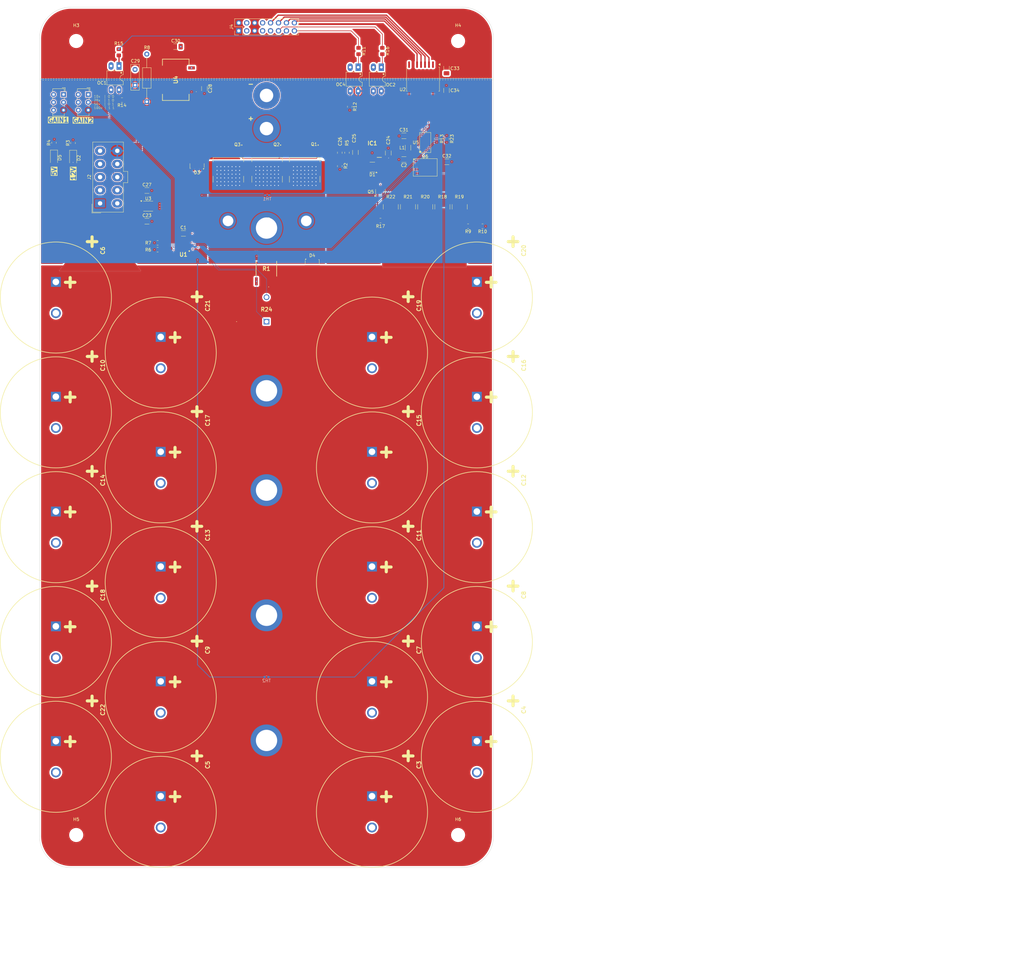
<source format=kicad_pcb>
(kicad_pcb (version 20240108) (generator "pcbnew") (generator_version "8.0")
  (layers (0 "F.Cu" signal) (1 "In1.Cu" power "GND") (2 "In2.Cu" power "PWR") (31 "B.Cu" signal) (34 "B.Paste" user) (35 "F.Paste" user) (36 "B.SilkS" user "B.Silkscreen") (37 "F.SilkS" user "F.Silkscreen") (38 "B.Mask" user) (39 "F.Mask" user) (44 "Edge.Cuts" user))
  (net 0 "")
  (net 1 "GND")
  (net 2 "+40V")
  (net 3 "+12V")
  (net 6 "Net-(IC1-TGUP)")
  (net 7 "+5V")
  (net 8 "GNDPWR")
  (net 9 "Net-(D1-K)")
  (net 10 "/power_stage/+TWEEZER")
  (net 11 "Net-(C26-Pad2)")
  (net 12 "+5V_ISO")
  (net 13 "/-SHUNT")
  (net 14 "/DISCHARGE")
  (net 16 "+13.8V")
  (net 17 "-13.8V")
  (net 18 "HV_RELAY")
  (net 19 "~BLEED")
  (net 20 "THERM1")
  (net 21 "THERM2")
  (net 23 "HV_EN")
  (net 24 "/+RS")
  (net 25 "/-RS")
  (net 26 "/GAIN1")
  (net 27 "/GAIN2")
  (net 28 "/REF1")
  (net 29 "/REF2")
  (net 30 "Net-(OC1-Pad1)")
  (net 31 "Net-(OC2-Pad1)")
  (net 32 "/SCLK")
  (net 36 "/cap_bank/bleed_gate")
  (net 37 "/cap_bank/bleed_drain")
  (net 38 "/power_stage/gate")
  (net 39 "/MISO")
  (net 40 "/MOSI")
  (net 41 "/~CS")
  (net 42 "/+v_sens")
  (net 43 "Net-(OC4-Pad1)")
  (net 44 "/+i_sens")
  (net 45 "Net-(U2-OUTA)")
  (net 46 "Net-(U2-OUTB)")
  (net 47 "Net-(U2-IND)")
  (net 48 "Net-(U2-OUTC)")
  (net 49 "I_SENS")
  (net 50 "V_SENS")
  (net 51 "Net-(U5-VCCA)")
  (net 52 "TRIG")
  (net 53 "Net-(D2-K)")
  (net 54 "Net-(D5-K)")
  (footprint "HAVENS_Lib:CAPPRD1000W190D3550H8200" (layer "F.Cu") (at 326.5 42 -90)
    (property "Reference" "C6")
    (property "Value" "33m" (hide yes))
  )
  (footprint "HAVENS_Lib:CAPPRD1000W190D3550H8200" (layer "F.Cu") (at 461 42 -90)
    (property "Reference" "C20")
    (property "Value" "33m" (hide yes))
  )
  (footprint "HAVENS_Lib:busbar_35mm_18mm" (layer "F.Cu") (at 394 22.5)
    (property "Reference" "H8")
    (property "Value" "Bus Bar")
  )
  (footprint "PCM_Package_DIP_AKL:DIP-4_W7.62mm_LongPads" (layer "F.Cu") (at 423.075 -26.625 -90)
    (property "Reference" "OC4")
    (property "Value" "VO617A" (hide yes))
  )
  (footprint "HAVENS_Lib:CAPPRD1000W190D3550H8200" (layer "F.Cu") (at 326.5 188.8 -90)
    (property "Reference" "C22")
    (property "Value" "33m" (hide yes))
  )
  (footprint "Capacitor_SMD:C_1206_3216Metric_Pad1.33x1.80mm_HandSolder" (layer "F.Cu") (at 451.4 3.6)
    (property "Reference" "C32")
    (property "Value" "0.1u")
  )
  (footprint "Package_TO_SOT_SMD:TO-277A" (layer "F.Cu") (at 371.6 2.55 180)
    (property "Reference" "D3")
    (property "Value" "V8P10")
  )
  (footprint "Capacitor_SMD:C_0805_2012Metric_Pad1.18x1.45mm_HandSolder" (layer "F.Cu") (at 417.202437 0.7 -90)
    (property "Reference" "C26")
    (property "Value" "47n")
  )
  (footprint "HAVENS_Lib:CAPPRD1000W190D3550H8200" (layer "F.Cu") (at 326.5 152.1 -90)
    (property "Reference" "C18")
    (property "Value" "33m" (hide yes))
  )
  (footprint "Resistor_SMD:R_0805_2012Metric_Pad1.20x1.40mm_HandSolder" (layer "F.Cu") (at 423.2 -31.8 -90)
    (property "Reference" "R11")
    (property "Value" "100")
  )
  (footprint "Button_Switch_THT:SW_E-Switch_EG1271_SPDT" (layer "F.Cu") (at 336.85 -17.9075 -90)
    (property "Reference" "SW2" (hide yes))
    (property "Value" "SW_SPDT")
  )
  (footprint "Capacitor_SMD:C_1206_3216Metric_Pad1.33x1.80mm_HandSolder" (layer "F.Cu") (at 437.7 2.9 180)
    (property "Reference" "C2")
    (property "Value" "0.1u")
  )
  (footprint "HAVENS_Lib:1769405241" (layer "F.Cu") (at 364.8 -22.6 90)
    (property "Reference" "U4")
    (property "Value" "~" (hide yes))
  )
  (footprint "PCM_Package_DIP_AKL:DIP-4_W7.62mm_LongPads" (layer "F.Cu") (at 346.675 -27.025 -90)
    (property "Reference" "OC1")
    (property "Value" "VO617A" (hide yes))
  )
  (footprint "HAVENS_Lib:CAPPRD1000W190D3550H8200" (layer "F.Cu") (at 360 59.6 -90)
    (property "Reference" "C21")
    (property "Value" "33m" (hide yes))
  )
  (footprint "HAVENS_Lib:CAPPRD1000W190D3550H8200" (layer "F.Cu") (at 360 133 -90)
    (property "Reference" "C13")
    (property "Value" "33m" (hide yes))
  )
  (footprint "HAVENS_Lib:CSM2F6918L050J21" (layer "F.Cu") (at 393.8 54.7 90)
    (property "Reference" "R24")
    (property "Value" "R_Shunt" (hide yes))
  )
  (footprint "Connector_Molex:Molex_Mini-Fit_Jr_5566-10A_2x05_P4.20mm_Vertical" (layer "F.Cu") (at 340.625 16.9 90)
    (property "Reference" "J2")
    (property "Value" "10 PIN ATX")
  )
  (footprint "HAVENS_Lib:CAPPRD1000W190D3550H8200" (layer "F.Cu") (at 360 206.4 -90)
    (property "Reference" "C5")
    (property "Value" "33m" (hide yes))
  )
  (footprint "HAVENS_Lib:SOP50P490X110-11N" (layer "F.Cu") (at 427.614437 0.7 180)
    (property "Reference" "IC1")
    (property "Value" "LTC7001EMSE#TRPBF" (hide yes))
  )
  (footprint "HAVENS_Lib:busbar_28mmX155mm" (layer "F.Cu") (at 393.8 148.575)
    (property "Reference" "H7")
    (property "Value" "Bus Bar")
  )
  (footprint "Capacitor_THT:C_Disc_D8.0mm_W2.5mm_P5.00mm" (layer "F.Cu") (at 351.8 -20.9 90)
    (property "Reference" "C29")
    (property "Value" "Y")
  )
  (footprint "Resistor_SMD:R_0805_2012Metric_Pad1.20x1.40mm_HandSolder" (layer "F.Cu") (at 347.6 -16.1 180)
    (property "Reference" "R14")
    (property "Value" "10k")
  )
  (footprint "Capacitor_SMD:C_1206_3216Metric_Pad1.33x1.80mm_HandSolder" (layer "F.Cu") (at 432.7 0.8 90)
    (property "Reference" "C24")
    (property "Value" "0.1u")
  )
  (footprint "HAVENS_Lib:CAPPRD1000W190D3550H8200" (layer "F.Cu") (at 427.5 133 -90)
    (property "Reference" "C11")
    (property "Value" "33m" (hide yes))
  )
  (footprint "Resistor_SMD:R_1218_3246Metric_Pad1.22x4.75mm_HandSolder" (layer "F.Cu") (at 439 18 90)
    (property "Reference" "R21")
    (property "Value" "1k")
  )
  (footprint "Capacitor_SMD:C_1206_3216Metric_Pad1.33x1.80mm_HandSolder" (layer "F.Cu") (at 451.3 -26.25 -90)
    (property "Reference" "C33")
    (property "Value" "0.1u")
  )
  (footprint "Connector_PinHeader_2.54mm:PinHeader_2x08_P2.54mm_Vertical" (layer "F.Cu") (at 384.925 -38.26 90)
    (property "Reference" "J4")
    (property "Value" "Conn_02x08_Odd_Even")
  )
  (footprint "MountingHole:MountingHole_4mm" (layer "F.Cu") (at 455 218.8)
    (property "Reference" "H6")
    (property "Value" "MountingHole")
  )
  (footprint "HAVENS_Lib:CAPPRD1000W190D3550H8200" (layer "F.Cu") (at 326.5 115.4 -90)
    (property "Reference" "C14")
    (property "Value" "33m" (hide yes))
  )
  (footprint "HAVENS_Lib:CSS4J4026RL500F" (layer "F.Cu") (at 393.75 37.8 90)
    (property "Reference" "R1")
    (property "Value" "R_Shunt" (hide yes))
  )
  (footprint "Package_SO:SOIC-16W_7.5x10.3mm_P1.27mm" (layer "F.Cu") (at 443.8 -22.8 -90)
    (property "Reference" "U2")
    (property "Value" "ISO7341C")
  )
  (footprint "Resistor_SMD:R_1218_3246Metric_Pad1.22x4.75mm_HandSolder" (layer "F.Cu") (at 455.5 18 90)
    (property "Reference" "R19")
    (property "Value" "1k")
  )
  (footprint "HAVENS_Lib:CAPPRD1000W190D3550H8200" (layer "F.Cu") (at 461 115.4 -90)
    (property "Reference" "C12")
    (property "Value" "33m" (hide yes))
  )
  (footprint "Capacitor_SMD:C_1206_3216Metric_Pad1.33x1.80mm_HandSolder" (layer "F.Cu") (at 373.95 -19.8 -90)
    (property "Reference" "C28")
    (property "Value" "0.1u")
  )
  (footprint "HAVENS_Lib:CAPPRD1000W190D3550H8200" (layer "F.Cu") (at 427.5 59.6 -90)
    (property "Reference" "C19")
    (property "Value" "33m" (hide yes))
  )
  (footprint "Resistor_SMD:R_0805_2012Metric_Pad1.20x1.40mm_HandSolder" (layer "F.Cu") (at 451.4 -3.7325 -90)
    (property "Reference" "R23")
    (property "Value" "1k")
  )
  (footprint "HAVENS_Lib:CAPPRD1000W190D3550H8200" (layer "F.Cu") (at 427.5 96.3 -90)
    (property "Reference" "C15")
    (property "Value" "33m" (hide yes))
  )
  (footprint "Capacitor_SMD:C_1206_3216Metric_Pad1.33x1.80mm_HandSolder" (layer "F.Cu") (at 437.7 -4.7 180)
    (property "Reference" "C31")
    (property "Value" "0.1u")
  )
  (footprint "Capacitor_SMD:C_1206_3216Metric_Pad1.33x1.80mm_HandSolder" (layer "F.Cu") (at 422.2 0.611073 90)
    (property "Reference" "C25")
    (property "Value" "1u")
  )
  (footprint "Package_TO_SOT_SMD:SOT-23-3" (layer "F.Cu") (at 430.2 13.2 90)
    (property "Reference" "Q5")
    (property "Value" "NMOS")
  )
  (footprint "Resistor_SMD:R_0805_2012Metric_Pad1.20x1.40mm_HandSolder" (layer "F.Cu") (at 430.2 22.4 180)
    (property "Reference" "R17")
    (property "Value" "100k")
  )
  (footprint "HAVENS_Lib:HSOG_8-3" (layer "F.Cu") (at 406 5.47 -90)
    (property "Reference" "Q1")
    (property "Value" "IPTG007N06NM5")
  )
  (footprint "Capacitor_SMD:C_1206_3216Metric_Pad1.33x1.80mm_HandSolder" (layer "F.Cu") (at 451.3 -19.2 90)
    (property "Reference" "C34")
    (property "Value" "0.1u")
  )
  (footprint "HAVENS_Lib:CAPPRD1000W190D3550H8200" (layer "F.Cu") (at 427.5 206.4 -90)
    (property "Reference" "C3")
    (property "Value" "33m" (hide yes))
  )
  (footprint "Resistor_SMD:R_1218_3246Metric_Pad1.22x4.75mm_HandSolder" (layer "F.Cu") (at 444.5 18 90)
    (property "Reference" "R20")
    (property "Value" "1k")
  )
  (footprint "Package_TO_SOT_SMD:TO-277A" (layer "F.Cu") (at 408.4 38.05)
    (property "Reference" "D4")
    (property "Value" "V8P10")
  )
  (footprint "Resistor_THT:R_Axial_DIN0207_L6.3mm_D2.5mm_P15.24mm_Horizontal" (layer "F.Cu") (at 355.55 -15.58 90)
    (property "Reference" "R8")
    (property "Value" "1Meg")
  )
  (footprint "PCM_Package_DIP_AKL:DIP-4_W7.62mm_LongPads" (layer "F.Cu") (at 430.475 -26.625 -90)
    (property "Reference" "OC2")
    (property "Value" "VO617A" (hide yes))
  )
  (footprint "HAVENS_Lib:TDFN-10-SMD" (layer "F.Cu") (at 367.25 30.5 180)
    (property "Reference" "U1")
    (property "Value" "~" (hide yes))
  )
  (footprint "HAVENS_Lib:HSOG_8-3" (layer "F.Cu") (at 381.6 5.47 -90)
    (property "Reference" "Q3")
    (property "Value" "IPTG007N06NM5")
  )
  (footprint "Resistor_SMD:R_0805_2012Metric_Pad1.20x1.40mm_HandSolder" (layer "F.Cu") (at 462.8 24.2 180)
    (property "Reference" "R10")
    (property "Value" "47k")
  )
  (footprint "Resistor_SMD:R_0805_2012Metric_Pad1.20x1.40mm_HandSolder" (layer "F.Cu") (at 458.2 24.2)
    (property "Reference" "R9")
    (property "Value" "470k")
  )
  (footprint "Inductor_SMD:L_1206_3216Metric_Pad1.22x1.90mm_HandSolder" (layer "F.Cu") (at 439 -0.9 90)
    (property "Reference" "L1")
    (property "Value" "47n")
  )
  (footprint "Resistor_SMD:R_0805_2012Metric_Pad1.20x1.40mm_HandSolder" (layer "F.Cu") (at 448.2 -3.7325 -90)
    (property "Reference" "R13")
    (property "Value" "1k")
  )
  (footprint "Resistor_SMD:R_0805_2012Metric_Pad1.20x1.40mm_HandSolder" (layer "F.Cu") (at 420.4 -14 -90)
    (property "Reference" "R12")
    (property "Value" "10k")
  )
  (footprint "Capacitor_SMD:C_1206_3216Metric_Pad1.33x1.80mm_HandSolder" (layer "F.Cu") (at 355.6 12.8)
    (property "Reference" "C27")
    (property "Value" "0.1u")
  )
  (footprint "Resistor_SMD:R_0805_2012Metric_Pad1.20x1.40mm_HandSolder" (layer "F.Cu") (at 417.202437 5 -90)
    (property "Reference" "R2")
    (property "Value" "10")
  )
  (footprint "LED_SMD:LED_1206_3216Metric_Pad1.42x1.75mm_HandSolder" (layer "F.Cu") (at 325.9 2.3 -90)
    (property "Reference" "D5")
    (property "Value" "LED")
  )
  (footprint "Resistor_SMD:R_1218_3246Metric_Pad1.22x4.75mm_HandSolder" (layer "F.Cu") (at 433.5 18 90)
    (property "Reference" "R22")
    (property "Value" "1k")
  )
  (footprint "Package_TO_SOT_SMD:SOT-23-3" (layer "F.Cu") (at 427.614437 5.311073 180)
    (property "Reference" "D1")
    (property "Value" "D_AAK")
  )
  (footprint "PCM_Package_SO_AKL:MSOP-10-1EP_3x3mm_P0.5mm_EP1.73x1.98mm" (layer "F.Cu") (at 444.505 -2.5625 90)
    (property "Reference" "U5")
    (property "Value" "ADC104S051" (hide yes))
  )
  (footprint "Capacitor_SMD:C_1206_3216Metric_Pad1.33x1.80mm_HandSolder" (layer "F.Cu") (at 355.6 22.6)
    (property "Reference" "C23")
    (property "Value" "0.1u")
  )
  (footprint "MountingHole:MountingHole_4.3mm_M4_Pad" (layer "F.Cu") (at 393.8 -7 -90)
    (property "Reference" "H1" (hide yes))
    (property "Value" "+TWEEZERS")
  )
  (footprint "HAVENS_Lib:CAPPRD1000W190D3550H8200" (layer "F.Cu") (at 360 169.7 -90)
    (property "Reference" "C9")
    (property "Value" "33m" (hide yes))
  )
  (footprint "HAVENS_Lib:CAPPRD1000W190D3550H8200" (layer "F.Cu") (at 326.5 78.7 -90)
    (property "Reference" "C10")
    (property "Value" "33m" (hide yes))
  )
  (footprint "Resistor_SMD:R_0805_2012Metric_Pad1.20x1.40mm_HandSolder" (layer "F.Cu") (at 325.9 -2.4875 90)
    (property "Reference" "R4")
    (property "Value" "470")
  )
  (footprint "HAVENS_Lib:CAPPRD1000W190D3550H8200" (layer "F.Cu") (at 461 152.1 -90)
    (property "Reference" "C8")
    (property "Value" "33m" (hide yes))
  )
  (footprint "HAVENS_Lib:CAPPRD1000W190D3550H8200" (layer "F.Cu") (at 427.5 169.7 -90)
    (property "Reference" "C7")
    (property "Value" "33m" (hide yes))
  )
  (footprint "Resistor_SMD:R_0805_2012Metric_Pad1.20x1.40mm_HandSolder" (layer "F.Cu") (at 332.004 -2.3875 90)
    (property "Reference" "R3")
    (property "Value" "1k")
  )
  (footprint "Capacitor_SMD:C_1206_3216Metric_Pad1.33x1.80mm_HandSolder" (layer "F.Cu") (at 364.8 -33.2)
    (property "Reference" "C30")
    (property "Value" "0.1u")
  )
  (footprint "MountingHole:MountingHole_4.3mm_M4_Pad" (layer "F.Cu") (at 393.8 -17.6 -90)
    (property "Reference" "H2" (hide yes))
    (property "Value" "-TWEEZERS")
  )
  (footprint "MountingHole:MountingHole_4mm" (layer "F.Cu") (at 455 -35)
    (property "Reference" "H4")
    (property "Value" "MountingHole")
  )
  (footprint "Resistor_SMD:R_0805_2012Metric_Pad1.20x1.40mm_HandSolder" (layer "F.Cu") (at 346.6 -31.4 -90)
    (property "Reference" "R15")
    (property "Value" "100")
  )
  (footprint "Resistor_SMD:R_0805_2012Metric_Pad1.20x1.40mm_HandSolder" (layer "F.Cu") (at 419.502437 0.7 90)
    (property "Reference" "R5")
    (property "Value" "1k")
  )
  (footprint "Resistor_SMD:R_0805_2012Metric_Pad1.20x1.40mm_HandSolder" (layer "F.Cu") (at 359 29.5 180)
    (property "Reference" "R7")
    (property "Value" "0")
  )
  (footprint "HAVENS_Lib:CAPPRD1000W190D3550H8200" (layer "F.Cu") (at 461 188.8 -90)
    (property "Reference" "C4")
    (property "Value" "33m" (hide yes))
  )
  (footprint "PCM_Package_SO_AKL:SO-8_3.9x4.9mm_P1.27mm" (layer "F.Cu") (at 444.505 5.4)
    (property "Reference" "U6")
    (property "Value" "TLV272CS" (hide yes))
  )
  (footprint "Capacitor_SMD:C_1206_3216Metric_Pad1.33x1.80mm_HandSolder" (layer "F.Cu") (at 367.25 26.5)
    (property "Reference" "C1")
    (property "Value" "0.1u")
  )
  (footprint "Resistor_SMD:R_1218_3246Metric_Pad1.22x4.75mm_HandSolder" (layer "F.Cu") (at 450 18 90)
    (property "Reference" "R18")
    (property "Value" "1k")
  )
  (footprint "MountingHole:MountingHole_4mm" (layer "F.Cu") (at 333 -35)
    (property "Reference" "H3")
    (property "Value" "MountingHole")
  )
  (footprint "HAVENS_Lib:CAPPRD1000W190D3550H8200" (layer "F.Cu") (at 360 96.3 -90)
    (property "Reference" "C17")
    (property "Value" "33m" (hide yes))
  )
  (footprint "MountingHole:MountingHole_4mm" (layer "F.Cu") (at 333 218.8)
    (property "Reference" "H5")
    (property "Value" "MountingHole")
  )
  (footprint "Package_SO:MSOP-8_3x3mm_P0.65mm" (layer "F.Cu") (at 356 17.8)
    (property "Reference" "U3")
    (property "Value" "MIC5219-5.0YMM")
  )
  (footprint "Button_Switch_THT:SW_E-Switch_EG1271_SPDT" (layer "F.Cu") (at 328.95 -17.9075 -90)
    (property "Reference" "SW1" (hide yes))
    (property "Value" "SW_SPDT")
  )
  (footprint "HAVENS_Lib:HSOG_8-3" (layer "F.Cu") (at 394 5.47 -90)
    (property "Reference" "Q2")
    (property "Value" "IPTG007N06NM5")
  )
  (footprint "HAVENS_Lib:CAPPRD1000W190D3550H8200" (layer "F.Cu") (at 461 78.7 -90)
    (property "Reference" "C16")
    (property "Value" "33m" (hide yes))
  )
  (footprint "Resistor_SMD:R_0805_2012Metric_Pad1.20x1.40mm_HandSolder" (layer "F.Cu") (at 359 31.7 180)
    (property "Reference" "R6")
    (property "Value" "0")
  )
  (footprint "LED_SMD:LED_1206_3216Metric_Pad1.42x1.75mm_HandSolder" (layer "F.Cu") (at 332.004 2.4 -90)
    (property "Reference" "D2")
    (property "Value" "LED")
  )
  (footprint "Resistor_SMD:R_0805_2012Metric_Pad1.20x1.40mm_HandSolder" (layer "F.Cu") (at 430.8 -31.8 -90)
    (property "Reference" "R16")
    (property "Value" "100")
  )
  (footprint "Resistor_SMD:R_0402_1005Metric_Pad0.72x0.64mm_HandSolder" (layer "B.Cu") (at 394 14.3)
    (property "Reference" "TH1")
    (property "Value" "10k@25c")
  )
  (footprint "Resistor_SMD:R_0402_1005Metric_Pad0.72x0.64mm_HandSolder" (layer "B.Cu") (at 393.8 168.3)
    (property "Reference" "TH2")
    (property "Value" "10k@25c")
  )
  (gr_line (start 466.1 -23.1) (end 321.5 -23) (stroke (width 0.2) (type dot)) (layer "F.SilkS"))
  (gr_line (start 466.1 -22.6) (end 321.5 -22.5) (stroke (width 0.2) (type dot)) (layer "F.SilkS"))
  (gr_line (start 466.3 -35.8) (end 466.3 219.2) (stroke (width 0.1)) (layer "Edge.Cuts"))
  (gr_line (start 456.3 229.2) (end 331.3 229.2) (stroke (width 0.1)) (layer "Edge.Cuts"))
  (gr_arc (start 456.3 -45.8) (mid 463.371068 -42.871068) (end 466.3 -35.8) (stroke (width 0.1)) (layer "Edge.Cuts"))
  (gr_line (start 331.3 -45.8) (end 456.3 -45.8) (stroke (width 0.1)) (layer "Edge.Cuts"))
  (gr_arc (start 331.3 229.2) (mid 324.228932 226.271068) (end 321.3 219.2) (stroke (width 0.1)) (layer "Edge.Cuts"))
  (gr_line (start 321.3 219.2) (end 321.3 -35.8) (stroke (width 0.1)) (layer "Edge.Cuts"))
  (gr_arc (start 321.3 -35.8) (mid 324.228932 -42.871068) (end 331.3 -45.8) (stroke (width 0.1)) (layer "Edge.Cuts"))
  (gr_arc (start 466.3 219.2) (mid 463.371068 226.271068) (end 456.3 229.2) (stroke (width 0.1)) (layer "Edge.Cuts"))
  (gr_text "GAIN1" (at 323.8 -8.8 0) (layer "F.SilkS" knockout) (effects (font (size 1.5 1.5) (thickness 0.3) (bold yes)) (justify left bottom)))
  (gr_text "5V\n" (at 326.896 8.271429 90) (layer "F.SilkS" knockout) (effects (font (size 1.5 1.5) (thickness 0.3) (bold yes)) (justify left bottom)))
  (gr_text "-" (at 389.9 -20.4 0) (layer "F.SilkS") (effects (font (size 1.5 1.5) (thickness 0.3) (bold yes)) (justify left bottom mirror)))
  (gr_text "10x  | 0 0\n20x  | 1 0\n50x  | 0 1\n100x | 1 1" (at 338.6 -13.2 0) (layer "F.SilkS") (effects (font (size 0.75 0.75) (thickness 0.075)) (justify left bottom)))
  (gr_text "+" (at 389.9 -9.4 0) (layer "F.SilkS") (effects (font (size 1.5 1.5) (thickness 0.3) (bold yes)) (justify left bottom mirror)))
  (gr_text "GAIN2\n" (at 331.7 -8.7 0) (layer "F.SilkS" knockout) (effects (font (size 1.5 1.5) (thickness 0.3) (bold yes)) (justify left bottom)))
  (gr_text "12V\n" (at 333 9.7 90) (layer "F.SilkS" knockout) (effects (font (size 1.5 1.5) (thickness 0.3) (bold yes)) (justify left bottom)))
  (via (at 369.85 -26.41) (size 0.6) (drill 0.3) (layers "F.Cu" "B.Cu") (net 1))
  (via (at 366.4 -33.2) (size 0.6) (drill 0.3) (layers "F.Cu" "B.Cu") (net 1))
  (segment (start 428.751937 4.361073) (end 429.826437 3.286573) (width 0.2) (layer "F.Cu") (net 3))
  (segment (start 348.6 -17.7) (end 348.6 -16.1) (width 0.2) (layer "F.Cu") (net 3))
  (segment (start 367.33 -21.33) (end 352.5 -6.5) (width 0.4) (layer "F.Cu") (net 3))
  (segment (start 351.8 -20.9) (end 348.6 -17.7) (width 0.2) (layer "F.Cu") (net 3))
  (segment (start 352.5 -6.5) (end 352.5 -1.5) (width 0.4) (layer "F.Cu") (net 3))
  (segment (start 432.7 2.3625) (end 432.0375 1.7) (width 0.15) (layer "F.Cu") (net 3))
  (segment (start 369.85 -21.33) (end 367.33 -21.33) (width 0.4) (layer "F.Cu") (net 3))
  (segment (start 428.751937 6.261073) (end 428.751937 4.361073) (width 0.2) (layer "F.Cu") (net 3))
  (segment (start 432.0375 1.7) (end 429.826437 1.7) (width 0.15) (layer "F.Cu") (net 3))
  (segment (start 429.826437 3.286573) (end 429.826437 1.7) (width 0.2) (layer "F.Cu") (net 3))
  (via (at 332 3.8) (size 0.4) (drill 0.2) (layers "F.Cu" "B.Cu") (net 3))
  (via (at 432.8 2.4) (size 0.4) (drill 0.2) (layers "F.Cu" "B.Cu") (net 3))
  (segment (start 423.989937 0.7) (end 420.502437 0.7) (width 0.15) (layer "F.Cu") (net 6))
  (segment (start 424.489937 0.2) (end 423.989937 0.7) (width 0.15) (layer "F.Cu") (net 6))
  (segment (start 420.502437 0.7) (end 419.502437 1.7) (width 0.15) (layer "F.Cu") (net 6))
  (segment (start 425.402437 0.2) (end 424.489937 0.2) (width 0.15) (layer "F.Cu") (net 6))
  (via (at 373.15 14.3) (size 0.4) (drill 0.2) (layers "F.Cu" "B.Cu") (net 7))
  (via (at 371.75 34.95) (size 0.4) (drill 0.2) (layers "F.Cu" "B.Cu") (net 7))
  (segment (start 371.75 164.4) (end 375.65 168.3) (width 0.2) (layer "B.Cu") (net 7))
  (segment (start 371.75 34.95) (end 371.75 164.4) (width 0.2) (layer "B.Cu") (net 7))
  (segment (start 375.65 168.3) (end 393.2025 168.3) (width 0.2) (layer "B.Cu") (net 7))
  (segment (start 373.15 14.3) (end 393.4025 14.3) (width 0.2) (layer "B.Cu") (net 7))
  (segment (start 444.505 1.045) (end 443.9 1.65) (width 0.2) (layer "F.Cu") (net 8))
  (segment (start 429.826437 0.7) (end 427.614437 0.7) (width 0.15) (layer "F.Cu") (net 8))
  (segment (start 430.2 11.66875) (end 430.2 10.8) (width 0.2) (layer "F.Cu") (net 8))
  (segment (start 372.64 5.315) (end 372.64 6.47) (width 0.4) (layer "F.Cu") (net 8))
  (segment (start 444.505 -0.4) (end 444.505 1.045) (width 0.2) (layer "F.Cu") (net 8))
  (segment (start 372.64 6.47) (end 372.5 6.61) (width 0.4) (layer "F.Cu") (net 8))
  (segment (start 370.1 26.5) (end 368.8125 26.5) (width 0.2) (layer "F.Cu") (net 8))
  (segment (start 370.56 5.315) (end 370.56 6.47) (width 0.4) (layer "F.Cu") (net 8))
  (segment (start 370.56 6.47) (end 370.7 6.61) (width 0.4) (layer "F.Cu") (net 8))
  (segment (start 370 29.5) (end 368.85 29.5) (width 0.2) (layer "F.Cu") (net 8))
  (via (at 373.95 -18.2) (size 0.4) (drill 0.2) (layers "F.Cu" "B.Cu") (net 8))
  (via (at 332 -3.4) (size 0.4) (drill 0.2) (layers "F.Cu" "B.Cu") (net 8))
  (via (at 359.6 17) (size 0.4) (drill 0.2) (layers "F.Cu" "B.Cu") (net 8))
  (via (at 446.95 -18.15) (size 0.4) (drill 0.2) (layers "F.Cu" "B.Cu") (net 8))
  (via (at 463.8 24.2) (size 0.4) (drill 0.2) (layers "F.Cu" "B.Cu") (net 8))
  (via (at 448.2 -2.6) (size 0.4) (drill 0.2) (layers "F.Cu" "B.Cu") (net 8))
  (via (at 370.1 26.5) (size 0.4) (drill 0.2) (layers "F.Cu" "B.Cu") (net 8))
  (via (at 441.95 7.3) (size 0.4) (drill 0.2) (layers "F.Cu" "B.Cu") (net 8))
  (via (at 370 29.5) (size 0.4) (drill 0.2) (layers "F.Cu" "B.Cu") (net 8))
  (via (at 358 29.5) (size 0.4) (drill 0.2) (layers "F.Cu" "B.Cu") (net 8))
  (via (at 372.5 6.61) (size 0.4) (drill 0.2) (layers "F.Cu" "B.Cu") (net 8))
  (via (at 453 3.6) (size 0.4) (drill 0.2) (layers "F.Cu" "B.Cu") (net 8))
  (via (at 436.15 -4.65) (size 0.4) (drill 0.2) (layers "F.Cu" "B.Cu") (net 8))
  (via (at 427.55 0.75) (size 0.4) (drill 0.2) (layers "F.Cu" "B.Cu") (net 8))
  (via (at 417.25 6.05) (size 0.4) (drill 0.2) (layers "F.Cu" "B.Cu") (net 8))
  (via (at 451.25 -20.8) (size 0.4) (drill 0.2) (layers "F.Cu" "B.Cu") (net 8))
  (via (at 370.7 6.61) (size 0.4) (drill 0.2) (layers "F.Cu" "B.Cu") (net 8))
  (via (at 420.4 -12.9) (size 0.4) (drill 0.2) (layers "F.Cu" "B.Cu") (net 8))
  (via (at 359.6 17.8) (size 0.4) (drill 0.2) (layers "F.Cu" "B.Cu") (net 8))
  (via (at 439.35 -18.1) (size 0.4) (drill 0.2) (layers "F.Cu" "B.Cu") (net 8))
  (via (at 357.15 12.8) (size 0.4) (drill 0.2) (layers "F.Cu" "B.Cu") (net 8))
  (via (at 430.2 10.8) (size 0.4) (drill 0.2) (layers "F.Cu" "B.Cu") (net 8))
  (via (at 436.1 2.9) (size 0.4) (drill 0.2) (layers "F.Cu" "B.Cu") (net 8))
  (via (at 358 31.7) (size 0.4) (drill 0.2) (layers "F.Cu" "B.Cu") (net 8))
  (via (at 432.7 -0.75) (size 0.4) (drill 0.2) (layers "F.Cu" "B.Cu") (net 8))
  (via (at 443.9 1.65) (size 0.4) (drill 0.2) (layers "F.Cu" "B.Cu") (net 8))
  (via (at 451.4 -2.6) (size 0.4) (drill 0.2) (layers "F.Cu" "B.Cu") (net 8))
  (via (at 357.2 22.65) (size 0.4) (drill 0.2) (layers "F.Cu" "B.Cu") (net 8))
  (via (at 369.85 -18.75) (size 0.4) (drill 0.2) (layers "F.Cu" "B.Cu") (net 8))
  (via (at 326 -3.6) (size 0.4) (drill 0.2) (layers "F.Cu" "B.Cu") (net 8))
  (via (at 359.6 18.6) (size 0.4) (drill 0.2) (layers "F.Cu" "B.Cu") (net 8))
  (segment (start 422.2 2.173573) (end 422.2 3.597563) (width 0.15) (layer "F.Cu") (net 9))
  (segment (start 425.402437 1.2) (end 423.173573 1.2) (width 0.15) (layer "F.Cu") (net 9))
  (segment (start 423.173573 1.2) (end 422.2 2.173573) (width 0.15) (layer "F.Cu") (net 9))
  (segment (start 422.2 3.597563) (end 423.91351 5.311073) (width 0.15) (layer "F.Cu") (net 9))
  (segment (start 423.91351 5.311073) (end 426.476937 5.311073) (width 0.15) (layer "F.Cu") (net 9))
  (segment (start 426.202437 0.7) (end 426.402437 0.5) (width 0.15) (layer "F.Cu") (net 10))
  (segment (start 422.2 -1.7) (end 421 -2.9) (width 0.15) (layer "F.Cu") (net 10))
  (segment (start 426.402437 -0.7125) (end 426.16351 -0.951427) (width 0.15) (layer "F.Cu") (net 10))
  (segment (start 421 -2.9) (end 411.9 -2.9) (width 0.15) (layer "F.Cu") (net 10))
  (segment (start 426.16351 -0.951427) (end 422.2 -0.951427) (width 0.15) (layer "F.Cu") (net 10))
  (segment (start 425.402437 0.7) (end 426.202437 0.7) (width 0.15) (layer "F.Cu") (net 10))
  (segment (start 371.6 -0.6) (end 373.6 -2.6) (width 1) (layer "F.Cu") (net 10))
  (segment (start 371.6 1.51) (end 371.6 -0.6) (width 1) (layer "F.Cu") (net 10))
  (segment (start 373.6 -2.6) (end 374.2 -3.2) (width 1) (layer "F.Cu") (net 10))
  (segment (start 426.402437 0.5) (end 426.402437 -0.7125) (width 0.15) (layer "F.Cu") (net 10))
  (segment (start 374.2 -3.2) (end 376.8 -3.2) (width 1) (layer "F.Cu") (net 10))
  (segment (start 422.2 -0.951427) (end 422.2 -1.7) (width 0.15) (layer "F.Cu") (net 10))
  (segment (start 420.535 -19.005) (end 420.535 -15.135) (width 0.2) (layer "F.Cu") (net 14))
  (segment (start 430.788937 0.2) (end 429.826437 0.2) (width 0.2) (layer "F.Cu") (net 14))
  (segment (start 431.2 -0.211063) (end 430.788937 0.2) (width 0.2) (layer "F.Cu") (net 14))
  (segment (start 420.4 -15) (end 428.5 -15) (width 0.2) (layer "F.Cu") (net 14))
  (segment (start 420.535 -15.135) (end 420.4 -15) (width 0.2) (layer "F.Cu") (net 14))
  (segment (start 428.5 -15) (end 431.2 -12.3) (width 0.2) (layer "F.Cu") (net 14))
  (segment (start 431.2 -12.3) (end 431.2 -0.211063) (width 0.2) (layer "F.Cu") (net 14))
  (segment (start 343.5 -13) (end 343.5 5.875) (width 0.2) (layer "F.Cu") (net 18))
  (segment (start 346.6 -16.1) (end 346.6 -19.33) (width 0.2) (layer "F.Cu") (net 18))
  (segment (start 346.6 -19.33) (end 346.675 -19.405) (width 0.2) (layer "F.Cu") (net 18))
  (segment (start 343.5 5.875) (end 346.125 8.5) (width 0.2) (layer "F.Cu") (net 18))
  (segment (start 346.6 -16.1) (end 343.5 -13) (width 0.2) (layer "F.Cu") (net 18))
  (segment (start 397.625 -38.26) (end 398.865 -39.5) (width 0.2) (layer "F.Cu") (net 19))
  (segment (start 428.5 -39.5) (end 430.8 -37.2) (width 0.2) (layer "F.Cu") (net 19))
  (segment (start 430.8 -37.2) (end 430.8 -32.8) (width 0.2) (layer "F.Cu") (net 19))
  (segment (start 398.865 -39.5) (end 428.5 -39.5) (width 0.2) (layer "F.Cu") (net 19))
  (segment (start 448.2 -4.7325) (end 448.2 -5.8) (width 0.2) (layer "F.Cu") (net 20))
  (segment (start 445.505 -5.634314) (end 445.505 -4.725) (width 0.2) (layer "F.Cu") (net 20))
  (segment (start 445.920686 -6.05) (end 445.505 -5.634314) (width 0.2) (layer "F.Cu") (net 20))
  (segment (start 448.2 -5.8) (end 447.95 -6.05) (width 0.2) (layer "F.Cu") (net 20))
  (segment (start 447.95 -6.05) (end 445.920686 -6.05) (width 0.2) (layer "F.Cu") (net 20))
  (via (at 448.2 -4.75) (size 0.4) (drill 0.2) (layers "F.Cu" "B.Cu") (net 20))
  (segment (start 430.542893 14.3) (end 394.5975 14.3) (width 0.2) (layer "B.Cu") (net 20))
  (segment (start 448.2 -3.357107) (end 430.542893 14.3) (width 0.2) (layer "B.Cu") (net 20))
  (segment (start 448.2 -4.75) (end 448.2 -3.357107) (width 0.2) (layer "B.Cu") (net 20))
  (segment (start 451.4 -4.8) (end 451.4 -4.7325) (width 0.2) (layer "F.Cu") (net 21))
  (segment (start 451.4 -4.8) (end 451.3325 -4.8) (width 0.2) (layer "F.Cu") (net 21))
  (segment (start 451.3325 -4.8) (end 449.6825 -6.45) (width 0.2) (layer "F.Cu") (net 21))
  (segment (start 445.755 -6.45) (end 445.005 -5.7) (width 0.2) (layer "F.Cu") (net 21))
  (segment (start 445.005 -5.7) (end 445.005 -4.725) (width 0.2) (layer "F.Cu") (net 21))
  (segment (start 449.6825 -6.45) (end 445.755 -6.45) (width 0.2) (layer "F.Cu") (net 21))
  (via (at 451.4 -4.8) (size 0.4) (drill 0.2) (layers "F.Cu" "B.Cu") (net 21))
  (segment (start 450.45 -4) (end 451.2 -4.75) (width 0.2) (layer "B.Cu") (net 21))
  (segment (start 394.3975 168.3) (end 421.95 168.3) (width 0.2) (layer "B.Cu") (net 21))
  (segment (start 450.45 139.8) (end 450.45 -4) (width 0.2) (layer "B.Cu") (net 21))
  (segment (start 421.95 168.3) (end 450.45 139.8) (width 0.2) (layer "B.Cu") (net 21))
  (via (at 346.6 -32.4) (size 0.6) (drill 0.3) (layers "F.Cu" "B.Cu") (net 23))
  (segment (start 400.165 -38.26) (end 398.505 -36.6) (width 0.2) (layer "B.Cu") (net 23))
  (segment (start 398.505 -36.6) (end 350.8 -36.6) (width 0.2) (layer "B.Cu") (net 23))
  (segment (start 350.8 -36.6) (end 346.6 -32.4) (width 0.2) (layer "B.Cu") (net 23))
  (segment (start 370.25 31.5) (end 368.75 31.5) (width 0.1) (layer "F.Cu") (net 24))
  (via (at 370.25 31.5) (size 0.6) (drill 0.3) (layers "F.Cu" "B.Cu") (net 24))
  (via (at 390.6 41.825) (size 0.4) (drill 0.2) (layers "F.Cu" "B.Cu") (net 24))
  (segment (start 389.95 38.25) (end 378.5 38.25) (width 0.1) (layer "B.Cu") (net 24))
  (segment (start 371.75 31.5) (end 370.25 31.5) (width 0.1) (layer "B.Cu") (net 24))
  (segment (start 378.5 38.25) (end 371.75 31.5) (width 0.1) (layer "B.Cu") (net 24))
  (segment (start 393.8 54.7) (end 390.6 51.5) (width 0.1) (layer "B.Cu") (net 24))
  (segment (start 390.6 41.825) (end 390.6 38.9) (width 0.1) (layer "B.Cu") (net 24))
  (segment (start 390.6 38.9) (end 389.95 38.25) (width 0.1) (layer "B.Cu") (net 24))
  (segment (start 390.6 51.5) (end 390.6 41.825) (width 0.1) (layer "B.Cu") (net 24))
  (segment (start 370.25 31.5) (end 370 31.5) (width 0.1) (layer "B.Cu") (net 24))
  (segment (start 368.8 30.95) (end 368.75 31) (width 0.1) (layer "F.Cu") (net 25))
  (segment (start 371.95 30.95) (end 368.8 30.95) (width 0.1) (layer "F.Cu") (net 25))
  (segment (start 372 31) (end 371.95 30.95) (width 0.1) (layer "F.Cu") (net 25))
  (via (at 390.6 33.775) (size 0.4) (drill 0.2) (layers "F.Cu" "B.Cu") (net 25))
  (via (at 372 31) (size 0.6) (drill 0.3) (layers "F.Cu" "B.Cu") (net 25))
  (segment (start 390.6 37.875) (end 378.875 37.875) (width 0.1) (layer "B.Cu") (net 25))
  (segment (start 390.6 33.775) (end 390.6 37.65) (width 0.1) (layer "B.Cu") (net 25))
  (segment (start 390.6 37.85) (end 390.6 37.65) (width 0.1) (layer "B.Cu") (net 25))
  (segment (start 393.8 41.05) (end 390.6 37.85) (width 0.1) (layer "B.Cu") (net 25))
  (segment (start 393.8 46.9) (end 393.8 41.05) (width 0.1) (layer "B.Cu") (net 25))
  (segment (start 378.875 37.875) (end 372 31) (width 0.1) (layer "B.Cu") (net 25))
  (segment (start 390.6 37.65) (end 390.6 37.875) (width 0.1) (layer "B.Cu") (net 25))
  (segment (start 365.1 31.5) (end 365.75 31.5) (width 0.15) (layer "F.Cu") (net 26))
  (segment (start 364.078248 31.8) (end 364.8 31.8) (width 0.15) (layer "F.Cu") (net 26))
  (segment (start 364.8 31.8) (end 365.1 31.5) (width 0.15) (layer "F.Cu") (net 26))
  (via (at 364.078248 31.8) (size 0.4) (drill 0.2) (layers "F.Cu" "B.Cu") (net 26))
  (segment (start 333.7075 -10.65) (end 328.95 -15.4075) (width 0.15) (layer "B.Cu") (net 26))
  (segment (start 364.078248 31.8) (end 363.625 31.346752) (width 0.15) (layer "B.Cu") (net 26))
  (segment (start 363.625 31.346752) (end 363.625 9.175) (width 0.15) (layer "B.Cu") (net 26))
  (segment (start 343.8 -10.65) (end 333.7075 -10.65) (width 0.15) (layer "B.Cu") (net 26))
  (segment (start 363.625 9.175) (end 343.8 -10.65) (width 0.15) (layer "B.Cu") (net 26))
  (segment (start 364.1 31) (end 365.75 31) (width 0.15) (layer "F.Cu") (net 27))
  (via (at 364.1 31) (size 0.4) (drill 0.2) (layers "F.Cu" "B.Cu") (net 27))
  (segment (start 364.1 9.005025) (end 339.687475 -15.4075) (width 0.15) (layer "B.Cu") (net 27))
  (segment (start 364.1 31) (end 364.1 9.005025) (width 0.15) (layer "B.Cu") (net 27))
  (segment (start 339.687475 -15.4075) (end 336.85 -15.4075) (width 0.15) (layer "B.Cu") (net 27))
  (segment (start 361.2 30.5) (end 360 31.7) (width 0.1) (layer "F.Cu") (net 28))
  (segment (start 365.75 30.5) (end 361.2 30.5) (width 0.1) (layer "F.Cu") (net 28))
  (segment (start 365.75 30) (end 360.5 30) (width 0.1) (layer "F.Cu") (net 29))
  (segment (start 360.5 30) (end 360 29.5) (width 0.1) (layer "F.Cu") (net 29))
  (segment (start 346.675 -30.325) (end 346.6 -30.4) (width 0.4) (layer "F.Cu") (net 30))
  (segment (start 346.675 -27.025) (end 346.675 -30.325) (width 0.4) (layer "F.Cu") (net 30))
  (segment (start 430.8 -30.8) (end 430.8 -26.95) (width 0.2) (layer "F.Cu") (net 31))
  (segment (start 430.8 -26.95) (end 430.475 -26.625) (width 0.2) (layer "F.Cu") (net 31))
  (segment (start 444.435 -30.105502) (end 444.435 -27.45) (width 0.4) (layer "F.Cu") (net 32))
  (segment (start 431.890502 -42.65) (end 444.435 -30.105502) (width 0.4) (layer "F.Cu") (net 32))
  (segment (start 397.625 -40.8) (end 399.475 -42.65) (width 0.4) (layer "F.Cu") (net 32))
  (segment (start 399.475 -42.65) (end 431.890502 -42.65) (width 0.4) (layer "F.Cu") (net 32))
  (segment (start 434.5 4.3) (end 429.25 9.55) (width 0.15) (layer "F.Cu") (net 36))
  (segment (start 429.25 14.3375) (end 429.25 22.35) (width 0.4) (layer "F.Cu") (net 36))
  (segment (start 434.5 -17.2) (end 434.5 4.3) (width 0.15) (layer "F.Cu") (net 36))
  (segment (start 430.475 -19.005) (end 432.695 -19.005) (width 0.15) (layer "F.Cu") (net 36))
  (segment (start 429.25 9.55) (end 429.25 14.3375) (width 0.15) (layer "F.Cu") (net 36))
  (segment (start 429.25 22.35) (end 429.2 22.4) (width 0.6) (layer "F.Cu") (net 36))
  (segment (start 432.695 -19.005) (end 434.5 -17.2) (width 0.15) (layer "F.Cu") (net 36))
  (segment (start 412 -0.2) (end 411.33 0.47) (width 0.2) (layer "F.Cu") (net 38))
  (segment (start 398.2 0.47) (end 398.2 2.07) (width 0.2) (layer "F.Cu") (net 38))
  (segment (start 409.67 2.6) (end 410.2 2.07) (width 0.2) (layer "F.Cu") (net 38))
  (segment (start 424.3 -0.3) (end 423.8 0.2) (width 0.2) (layer "F.Cu") (net 38))
  (segment (start 411.33 0.47) (end 410.2 0.47) (width 0.2) (layer "F.Cu") (net 38))
  (segment (start 386.3 2.6) (end 385.8 2.1) (width 0.2) (layer "F.Cu") (net 38))
  (segment (start 423.8 0.2) (end 420.002437 0.2) (width 0.2) (layer "F.Cu") (net 38))
  (segment (start 417.202437 -0.3375) (end 417.064937 -0.2) (width 0.2) (layer "F.Cu") (net 38))
  (segment (start 398.2 2.07) (end 397.67 2.6) (width 0.2) (layer "F.Cu") (net 38))
  (segment (start 419.502437 -0.3) (end 417.239937 -0.3) (width 0.2) (layer "F.Cu") (net 38))
  (segment (start 420.002437 0.2) (end 419.502437 -0.3) (width 0.2) (layer "F.Cu") (net 38))
  (segment (start 417.239937 -0.3) (end 417.202437 -0.3375) (width 0.2) (layer "F.Cu") (net 38))
  (segment (start 425.402437 -0.3) (end 424.3 -0.3) (width 0.2) (layer "F.Cu") (net 38))
  (segment (start 410.2 2.07) (end 410.2 0.47) (width 0.2) (layer "F.Cu") (net 38))
  (segment (start 417.064937 -0.2) (end 412 -0.2) (width 0.2) (layer "F.Cu") (net 38))
  (segment (start 385.8 2.1) (end 385.8 0.47) (width 0.2) (layer "F.Cu") (net 38))
  (segment (start 397.67 2.6) (end 386.3 2.6) (width 0.2) (layer "F.Cu") (net 38))
  (segment (start 397.67 2.6) (end 409.67 2.6) (width 0.2) (layer "F.Cu") (net 38))
  (segment (start 431.443446 -41.4) (end 441.895 -30.948446) (width 0.4) (layer "F.Cu") (net 39))
  (segment (start 402.705 -40.8) (end 403.305 -41.4) (width 0.4) (layer "F.Cu") (net 39))
  (segment (start 403.305 -41.4) (end 431.443446 -41.4) (width 0.4) (layer "F.Cu") (net 39))
  (segment (start 441.895 -30.948446) (end 441.895 -27.45) (width 0.4) (layer "F.Cu") (net 39))
  (segment (start 401.415 -42.05) (end 431.641974 -42.05) (width 0.4) (layer "F.Cu") (net 40))
  (segment (start 443.165 -30.526974) (end 443.165 -27.45) (width 0.4) (layer "F.Cu") (net 40))
  (segment (start 400.165 -40.8) (end 401.415 -42.05) (width 0.4) (layer "F.Cu") (net 40))
  (segment (start 431.641974 -42.05) (end 443.165 -30.526974) (width 0.4) (layer "F.Cu") (net 40))
  (segment (start 395.085 -40.8) (end 397.535 -43.25) (width 0.4) (layer "F.Cu") (net 41))
  (segment (start 397.535 -43.25) (end 432.13903 -43.25) (width 0.4) (layer "F.Cu") (net 41))
  (segment (start 445.705 -29.68403) (end 445.705 -27.45) (width 0.4) (layer "F.Cu") (net 41))
  (segment (start 432.13903 -43.25) (end 445.705 -29.68403) (width 0.4) (layer "F.Cu") (net 41))
  (segment (start 457.905 7.305) (end 447.08 7.305) (width 0.2) (layer "F.Cu") (net 42))
  (segment (start 459.2 24.2) (end 461.8 24.2) (width 0.2) (layer "F.Cu") (net 42))
  (segment (start 461.8 24.2) (end 461.8 11.2) (width 0.2) (layer "F.Cu") (net 42))
  (segment (start 461.8 11.2) (end 457.905 7.305) (width 0.2) (layer "F.Cu") (net 42))
  (segment (start 423.2 -30.8) (end 423.2 -26.75) (width 0.2) (layer "F.Cu") (net 43))
  (segment (start 423.2 -26.75) (end 423.075 -26.625) (width 0.2) (layer "F.Cu") (net 43))
  (segment (start 368.75 30) (end 370.85 30) (width 0.15) (layer "F.Cu") (net 44))
  (via (at 441.85 6.05) (size 0.4) (drill 0.2) (layers "F.Cu" "B.Cu") (net 44))
  (via (at 370.85 30) (size 0.4) (drill 0.2) (layers "F.Cu" "B.Cu") (net 44))
  (segment (start 440.2 6.05) (end 414.65 31.6) (width 0.2) (layer "B.Cu") (net 44))
  (segment (start 414.65 31.6) (end 375.55 31.6) (width 0.2) (layer "B.Cu") (net 44))
  (segment (start 373.95 30) (end 370.85 30) (width 0.2) (layer "B.Cu") (net 44))
  (segment (start 441.85 6.05) (end 440.2 6.05) (width 0.2) (layer "B.Cu") (net 44))
  (segment (start 375.55 31.6) (end 373.95 30) (width 0.2) (layer "B.Cu") (net 44))
  (segment (start 442.805 -1.1) (end 443.505 -0.4) (width 0.2) (layer "F.Cu") (net 45))
  (segment (start 445.5 -9) (end 445.5 -17.945) (width 0.2) (layer "F.Cu") (net 45))
  (segment (start 445.6 -8.9) (end 445.5 -9) (width 0.2) (layer "F.Cu") (net 45))
  (segment (start 443.1025 -0.8025) (end 443.505 -0.4) (width 0.2) (layer "F.Cu") (net 45))
  (segment (start 445.5 -17.945) (end 445.705 -18.15) (width 0.2) (layer "F.Cu") (net 45))
  (segment (start 442.4 -1.1) (end 442.805 -1.1) (width 0.2) (layer "F.Cu") (net 45))
  (via (at 442.4 -1.1) (size 0.4) (drill 0.2) (layers "F.Cu" "B.Cu") (net 45))
  (via (at 445.6 -8.9) (size 0.4) (drill 0.2) (layers "F.Cu" "B.Cu") (net 45))
  (segment (start 445.6 -8.9) (end 445.6 -7.3) (width 0.2) (layer "B.Cu") (net 45))
  (segment (start 445.6 -7.3) (end 442.4 -4.1) (width 0.2) (layer "B.Cu") (net 45))
  (segment (start 442.4 -4.1) (end 442.4 -1.1) (width 0.2) (layer "B.Cu") (net 45))
  (segment (start 445 -15.4) (end 444.435 -15.965) (width 0.2) (layer "F.Cu") (net 46))
  (segment (start 444.435 -15.965) (end 444.435 -18.15) (width 0.2) (layer "F.Cu") (net 46))
  (segment (start 445 -7.8) (end 445 -15.4) (width 0.2) (layer "F.Cu") (net 46))
  (segment (start 445.1 -7.7) (end 445 -7.8) (width 0.2) (layer "F.Cu") (net 46))
  (segment (start 443.505 -4.725) (end 443.505 -6.6) (width 0.2) (layer "F.Cu") (net 46))
  (via (at 443.505 -6.6) (size 0.4) (drill 0.2) (layers "F.Cu" "B.Cu") (net 46))
  (via (at 445.1 -7.7) (size 0.4) (drill 0.2) (layers "F.Cu" "B.Cu") (net 46))
  (segment (start 444 -6.6) (end 443.505 -6.6) (width 0.2) (layer "B.Cu") (net 46))
  (segment (start 445.1 -7.7) (end 444 -6.6) (width 0.2) (layer "B.Cu") (net 46))
  (segment (start 441.895 -16.705) (end 441.895 -18.15) (width 0.2) (layer "F.Cu") (net 47))
  (segment (start 444.005 -14.595) (end 441.895 -16.705) (width 0.2) (layer "F.Cu") (net 47))
  (segment (start 444.005 -4.725) (end 444.005 -14.595) (width 0.2) (layer "F.Cu") (net 47))
  (segment (start 444.505 -4.725) (end 444.505 -14.895) (width 0.2) (layer "F.Cu") (net 48))
  (segment (start 444.505 -14.895) (end 443.165 -16.235) (width 0.2) (layer "F.Cu") (net 48))
  (segment (start 443.165 -16.235) (end 443.165 -18.15) (width 0.2) (layer "F.Cu") (net 48))
  (segment (start 445.005 -0.4) (end 445.005 2.395) (width 0.2) (layer "F.Cu") (net 49))
  (segment (start 445.005 2.395) (end 443.905 3.495) (width 0.2) (layer "F.Cu") (net 49))
  (segment (start 441.93 4.765) (end 442.635 4.765) (width 0.2) (layer "F.Cu") (net 49))
  (segment (start 442.635 4.765) (end 443.905 3.495) (width 0.2) (layer "F.Cu") (net 49))
  (segment (start 443.905 3.495) (end 441.93 3.495) (width 0.2) (layer "F.Cu") (net 49))
  (segment (start 445.505 4.064999) (end 446.205001 4.765) (width 0.2) (layer "F.Cu") (net 50))
  (segment (start 445.505 4.064999) (end 445.505 5.505) (width 0.2) (layer "F.Cu") (net 50))
  (segment (start 445.505 -0.4) (end 445.505 4.064999) (width 0.2) (layer "F.Cu") (net 50))
  (segment (start 446.205001 4.765) (end 447.08 4.765) (width 0.2) (layer "F.Cu") (net 50))
  (segment (start 445.505 5.505) (end 446.035 6.035) (width 0.2) (layer "F.Cu") (net 50))
  (segment (start 446.035 6.035) (end 447.08 6.035) (width 0.2) (layer "F.Cu") (net 50))
  (segment (start 439.2625 1.025) (end 439.2625 2.9) (width 0.2) (layer "F.Cu") (net 51))
  (segment (start 439 0.7625) (end 439.2625 1.025) (width 0.2) (layer "F.Cu") (net 51))
  (segment (start 439 0.7625) (end 443.71241 0.7625) (width 0.2) (layer "F.Cu") (net 51))
  (segment (start 444.005 0.46991) (end 444.005 -0.4) (width 0.2) (layer "F.Cu") (net 51))
  (segment (start 443.71241 0.7625) (end 444.005 0.46991) (width 0.2) (layer "F.Cu") (net 51))
  (segment (start 402.705 -38.26) (end 420.84 -38.26) (width 0.2) (layer "F.Cu") (net 52))
  (segment (start 423.2 -35.9) (end 423.2 -32.8) (width 0.2) (layer "F.Cu") (net 52))
  (segment (start 420.84 -38.26) (end 423.2 -35.9) (width 0.2) (layer "F.Cu") (net 52))
  (segment (start 332.004 0.9125) (end 332.004 -1.3875) (width 1) (layer "F.Cu") (net 53))
  (segment (start 325.9 0.8125) (end 325.9 -1.4875) (width 1) (layer "F.Cu") (net 54))
  (zone (net 13) (net_name "/-SHUNT") (layer "F.Cu") (priority 6) (connect_pads yes (clearance 0.5)) (min_thickness 0.25) (fill yes (thermal_gap 0.5) (thermal_bridge_width 2))
    (polygon (pts (xy 375.3 36.2) (xy 375.3 30.2) (xy 375.3 3.4) (xy 412.5 3.4) (xy 412.5 36.2)))
  )
  (zone (net 12) (net_name "+5V_ISO") (layer "F.Cu") (priority 3) (connect_pads yes (clearance 0.5)) (min_thickness 0.25) (fill yes (thermal_gap 0.5) (thermal_bridge_width 2))
    (polygon (pts (xy 321.25 -23) (xy 466.5 -23.1) (xy 466.5 -46.2) (xy 321.25 -46.2)))
  )
  (zone (net 8) (net_name "GNDPWR") (layer "F.Cu") (priority 9) (connect_pads yes (clearance 0.25)) (min_thickness 0.25) (fill yes (thermal_gap 0.5) (thermal_bridge_width 2))
    (polygon (pts (xy 357 16.4) (xy 360 16.4) (xy 360 19.4) (xy 357 19.4)))
  )
  (zone (net 7) (net_name "+5V") (layer "F.Cu") (connect_pads yes (clearance 0.25)) (min_thickness 0.25) (fill yes (thermal_gap 0.5) (thermal_bridge_width 2))
    (polygon (pts (xy 321.25 -22.9) (xy 466.5 -22.9) (xy 466.75 36.75) (xy 321.25 36.75)))
  )
  (zone (net 37) (net_name "/cap_bank/bleed_drain") (layer "F.Cu") (priority 5) (connect_pads yes (clearance 0.5)) (min_thickness 0.25) (fill yes (thermal_gap 0.5) (thermal_bridge_width 2))
    (polygon (pts (xy 430.75 18) (xy 457.75 18) (xy 457.75 13.5) (xy 430.75 13.5)))
  )
  (zone (net 3) (net_name "+12V") (layer "F.Cu") (priority 8) (connect_pads yes (clearance 0.25)) (min_thickness 0.25) (fill yes (thermal_gap 0.5) (thermal_bridge_width 2))
    (polygon (pts (xy 354 -2.5) (xy 344 -2.5) (xy 344 2.5) (xy 350 2.5) (xy 350.1 14.8) (xy 350.1 19.4) (xy 354 19.4) (xy 354 11.6)))
  )
  (zone (net 2) (net_name "+40V") (layer "F.Cu") (connect_pads yes (clearance 0.5)) (min_thickness 0.25) (fill yes (thermal_gap 0.5) (thermal_bridge_width 2))
    (polygon (pts (xy 321.25 36.75) (xy 321.25 229.75) (xy 466.75 229.75) (xy 466.75 36.75)))
  )
  (zone (net 2) (net_name "+40V") (layer "F.Cu") (priority 4) (connect_pads yes (clearance 0.5)) (min_thickness 0.25) (fill yes (thermal_gap 0.5) (thermal_bridge_width 2))
    (polygon (pts (xy 457.75 18) (xy 430.75 18) (xy 430.75 37.25) (xy 457.75 37.25)))
  )
  (zone (net 2) (net_name "+40V") (layer "F.Cu") (priority 1) (connect_pads yes (clearance 0.5)) (min_thickness 0.5) (fill yes (thermal_gap 0.5) (thermal_bridge_width 1))
    (polygon (pts (xy 344 14.75) (xy 344 25.875) (xy 353.75 38.5) (xy 327.5 38.5) (xy 337.25 25.875) (xy 337.25 14.75)))
  )
  (zone (net 10) (net_name "/power_stage/+TWEEZER") (layer "F.Cu") (priority 7) (connect_pads yes (clearance 0.5)) (min_thickness 0.25) (fill yes (thermal_gap 0.5) (thermal_bridge_width 2))
    (polygon (pts (xy 412.5 2.7) (xy 375.3 2.8) (xy 375.3 -12.2) (xy 412.5 -12.3)))
  )
  (zone (net 3) (net_name "+12V") (layer "B.Cu") (priority 10) (connect_pads (clearance 0.25)) (min_thickness 0.25) (fill yes (thermal_gap 0.5) (thermal_bridge_width 0.5))
    (polygon (pts (xy 321.2 -23) (xy 466.4 -23) (xy 466.4 36) (xy 321.2 36)))
  )
  (zone (net 13) (net_name "/-SHUNT") (layer "B.Cu") (priority 11) (connect_pads yes (clearance 1)) (min_thickness 0.25) (fill yes (thermal_gap 0.5) (thermal_bridge_width 0.5))
    (polygon (pts (xy 376.4 3.2) (xy 411.4 3.2) (xy 411.4 12.6) (xy 376.4 12.6)))
  )
)
</source>
